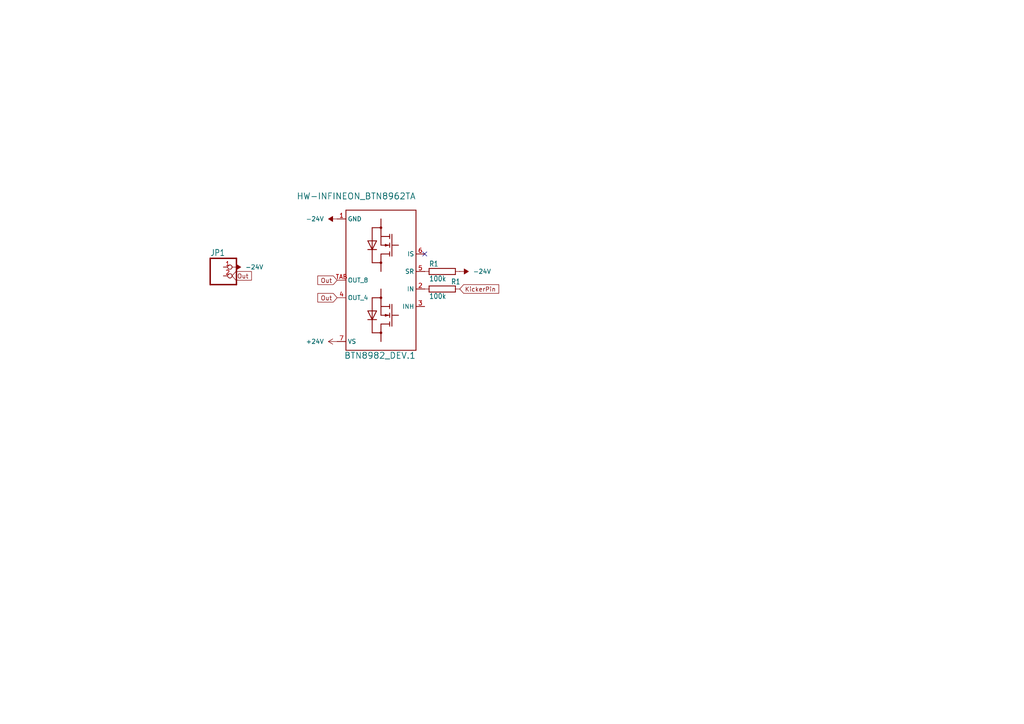
<source format=kicad_sch>
(kicad_sch (version 20230121) (generator eeschema)

  (uuid 8fe5b67b-78f7-4d77-b74c-be8bad184252)

  (paper "A4")

  (lib_symbols
    (symbol "kick_2021_03-eagle-import:06030603" (in_bom yes) (on_board yes)
      (property "Reference" "R" (at -3.81 1.3716 0)
        (effects (font (size 1.524 1.2954)) (justify left bottom))
      )
      (property "Value" "" (at -3.81 -2.921 0)
        (effects (font (size 1.524 1.2954)) (justify left bottom))
      )
      (property "Footprint" "kick_2021_03:0603" (at 0 0 0)
        (effects (font (size 1.27 1.27)) hide)
      )
      (property "Datasheet" "" (at 0 0 0)
        (effects (font (size 1.27 1.27)) hide)
      )
      (property "ki_locked" "" (at 0 0 0)
        (effects (font (size 1.27 1.27)))
      )
      (symbol "06030603_1_0"
        (polyline
          (pts
            (xy -5.08 0)
            (xy -3.81 0)
          )
          (stroke (width 0.1524) (type solid))
          (fill (type none))
        )
        (polyline
          (pts
            (xy -3.81 -0.889)
            (xy -3.81 0)
          )
          (stroke (width 0.254) (type solid))
          (fill (type none))
        )
        (polyline
          (pts
            (xy -3.81 -0.889)
            (xy 3.81 -0.889)
          )
          (stroke (width 0.254) (type solid))
          (fill (type none))
        )
        (polyline
          (pts
            (xy -3.81 0)
            (xy -3.81 0.889)
          )
          (stroke (width 0.254) (type solid))
          (fill (type none))
        )
        (polyline
          (pts
            (xy 3.81 -0.889)
            (xy 3.81 0)
          )
          (stroke (width 0.254) (type solid))
          (fill (type none))
        )
        (polyline
          (pts
            (xy 3.81 0)
            (xy 3.81 0.889)
          )
          (stroke (width 0.254) (type solid))
          (fill (type none))
        )
        (polyline
          (pts
            (xy 3.81 0)
            (xy 5.08 0)
          )
          (stroke (width 0.1524) (type solid))
          (fill (type none))
        )
        (polyline
          (pts
            (xy 3.81 0.889)
            (xy -3.81 0.889)
          )
          (stroke (width 0.254) (type solid))
          (fill (type none))
        )
        (pin passive line (at -5.08 0 0) (length 0)
          (name "1" (effects (font (size 0 0))))
          (number "1" (effects (font (size 0 0))))
        )
        (pin passive line (at 5.08 0 180) (length 0)
          (name "2" (effects (font (size 0 0))))
          (number "2" (effects (font (size 0 0))))
        )
      )
    )
    (symbol "kick_2021_03-eagle-import:HW-INFINEON_BTN8962TA" (in_bom yes) (on_board yes)
      (property "Reference" "IC" (at -10.16 20.828 0)
        (effects (font (size 1.778 1.778)) (justify left bottom))
      )
      (property "Value" "" (at -10.16 -25.4 0)
        (effects (font (size 1.778 1.778)) (justify left bottom))
      )
      (property "Footprint" "kick_2021_03:HW-INFINEON_TO263-7-1" (at 0 0 0)
        (effects (font (size 1.27 1.27)) hide)
      )
      (property "Datasheet" "" (at 0 0 0)
        (effects (font (size 1.27 1.27)) hide)
      )
      (property "ki_locked" "" (at 0 0 0)
        (effects (font (size 1.27 1.27)))
      )
      (symbol "HW-INFINEON_BTN8962TA_1_0"
        (circle (center 0 -15.24) (radius 0.254)
          (stroke (width 0.254) (type solid))
          (fill (type none))
        )
        (circle (center 0 -5.08) (radius 0.254)
          (stroke (width 0.254) (type solid))
          (fill (type none))
        )
        (polyline
          (pts
            (xy -10.16 -20.32)
            (xy 10.16 -20.32)
          )
          (stroke (width 0.254) (type solid))
          (fill (type none))
        )
        (polyline
          (pts
            (xy -10.16 20.32)
            (xy -10.16 -20.32)
          )
          (stroke (width 0.254) (type solid))
          (fill (type none))
        )
        (polyline
          (pts
            (xy -5.08 -10.16)
            (xy -3.175 -10.16)
          )
          (stroke (width 0.254) (type solid))
          (fill (type none))
        )
        (polyline
          (pts
            (xy -5.08 10.16)
            (xy -3.175 10.16)
          )
          (stroke (width 0.254) (type solid))
          (fill (type none))
        )
        (polyline
          (pts
            (xy -3.175 -10.16)
            (xy -3.175 -13.335)
          )
          (stroke (width 0.254) (type solid))
          (fill (type none))
        )
        (polyline
          (pts
            (xy -3.175 -6.985)
            (xy -3.175 -10.16)
          )
          (stroke (width 0.254) (type solid))
          (fill (type none))
        )
        (polyline
          (pts
            (xy -3.175 10.16)
            (xy -3.175 6.985)
          )
          (stroke (width 0.254) (type solid))
          (fill (type none))
        )
        (polyline
          (pts
            (xy -3.175 13.335)
            (xy -3.175 10.16)
          )
          (stroke (width 0.254) (type solid))
          (fill (type none))
        )
        (polyline
          (pts
            (xy -2.54 -12.7)
            (xy 0 -12.7)
          )
          (stroke (width 0.254) (type solid))
          (fill (type none))
        )
        (polyline
          (pts
            (xy -2.54 -12.065)
            (xy -2.54 -13.335)
          )
          (stroke (width 0.254) (type solid))
          (fill (type none))
        )
        (polyline
          (pts
            (xy -2.54 -9.525)
            (xy -2.54 -10.795)
          )
          (stroke (width 0.254) (type solid))
          (fill (type none))
        )
        (polyline
          (pts
            (xy -2.54 -7.62)
            (xy 0 -7.62)
          )
          (stroke (width 0.254) (type solid))
          (fill (type none))
        )
        (polyline
          (pts
            (xy -2.54 -6.985)
            (xy -2.54 -8.255)
          )
          (stroke (width 0.254) (type solid))
          (fill (type none))
        )
        (polyline
          (pts
            (xy -2.54 7.62)
            (xy 0 7.62)
          )
          (stroke (width 0.254) (type solid))
          (fill (type none))
        )
        (polyline
          (pts
            (xy -2.54 8.255)
            (xy -2.54 6.985)
          )
          (stroke (width 0.254) (type solid))
          (fill (type none))
        )
        (polyline
          (pts
            (xy -2.54 10.795)
            (xy -2.54 9.525)
          )
          (stroke (width 0.254) (type solid))
          (fill (type none))
        )
        (polyline
          (pts
            (xy -2.54 12.7)
            (xy 0 12.7)
          )
          (stroke (width 0.254) (type solid))
          (fill (type none))
        )
        (polyline
          (pts
            (xy -2.54 13.335)
            (xy -2.54 12.065)
          )
          (stroke (width 0.254) (type solid))
          (fill (type none))
        )
        (polyline
          (pts
            (xy -2.032 -10.16)
            (xy -2.54 -10.16)
          )
          (stroke (width 0.254) (type solid))
          (fill (type none))
        )
        (polyline
          (pts
            (xy -2.032 -10.16)
            (xy -1.27 -10.414)
          )
          (stroke (width 0.254) (type solid))
          (fill (type none))
        )
        (polyline
          (pts
            (xy -2.032 10.16)
            (xy -2.54 10.16)
          )
          (stroke (width 0.254) (type solid))
          (fill (type none))
        )
        (polyline
          (pts
            (xy -2.032 10.16)
            (xy -1.27 9.906)
          )
          (stroke (width 0.254) (type solid))
          (fill (type none))
        )
        (polyline
          (pts
            (xy -1.27 -10.414)
            (xy -1.27 -9.906)
          )
          (stroke (width 0.254) (type solid))
          (fill (type none))
        )
        (polyline
          (pts
            (xy -1.27 -9.906)
            (xy -2.032 -10.16)
          )
          (stroke (width 0.254) (type solid))
          (fill (type none))
        )
        (polyline
          (pts
            (xy -1.27 9.906)
            (xy -1.27 10.414)
          )
          (stroke (width 0.254) (type solid))
          (fill (type none))
        )
        (polyline
          (pts
            (xy -1.27 10.414)
            (xy -2.032 10.16)
          )
          (stroke (width 0.254) (type solid))
          (fill (type none))
        )
        (polyline
          (pts
            (xy 0 -15.24)
            (xy 0 -17.78)
          )
          (stroke (width 0.254) (type solid))
          (fill (type none))
        )
        (polyline
          (pts
            (xy 0 -15.24)
            (xy 2.54 -15.24)
          )
          (stroke (width 0.254) (type solid))
          (fill (type none))
        )
        (polyline
          (pts
            (xy 0 -12.7)
            (xy 0 -15.24)
          )
          (stroke (width 0.254) (type solid))
          (fill (type none))
        )
        (polyline
          (pts
            (xy 0 -10.16)
            (xy -2.032 -10.16)
          )
          (stroke (width 0.254) (type solid))
          (fill (type none))
        )
        (polyline
          (pts
            (xy 0 -10.16)
            (xy 0 -12.7)
          )
          (stroke (width 0.254) (type solid))
          (fill (type none))
        )
        (polyline
          (pts
            (xy 0 -7.62)
            (xy 0 -5.08)
          )
          (stroke (width 0.254) (type solid))
          (fill (type none))
        )
        (polyline
          (pts
            (xy 0 -5.08)
            (xy 0 -2.54)
          )
          (stroke (width 0.254) (type solid))
          (fill (type none))
        )
        (polyline
          (pts
            (xy 0 5.08)
            (xy 0 2.54)
          )
          (stroke (width 0.254) (type solid))
          (fill (type none))
        )
        (polyline
          (pts
            (xy 0 5.08)
            (xy 2.54 5.08)
          )
          (stroke (width 0.254) (type solid))
          (fill (type none))
        )
        (polyline
          (pts
            (xy 0 7.62)
            (xy 0 5.08)
          )
          (stroke (width 0.254) (type solid))
          (fill (type none))
        )
        (polyline
          (pts
            (xy 0 10.16)
            (xy -2.032 10.16)
          )
          (stroke (width 0.254) (type solid))
          (fill (type none))
        )
        (polyline
          (pts
            (xy 0 10.16)
            (xy 0 7.62)
          )
          (stroke (width 0.254) (type solid))
          (fill (type none))
        )
        (polyline
          (pts
            (xy 0 12.7)
            (xy 0 15.24)
          )
          (stroke (width 0.254) (type solid))
          (fill (type none))
        )
        (polyline
          (pts
            (xy 0 15.24)
            (xy 0 17.78)
          )
          (stroke (width 0.254) (type solid))
          (fill (type none))
        )
        (polyline
          (pts
            (xy 1.27 -11.43)
            (xy 2.54 -8.89)
          )
          (stroke (width 0.254) (type solid))
          (fill (type none))
        )
        (polyline
          (pts
            (xy 1.27 -8.89)
            (xy 3.81 -8.89)
          )
          (stroke (width 0.254) (type solid))
          (fill (type none))
        )
        (polyline
          (pts
            (xy 1.27 8.89)
            (xy 2.54 11.43)
          )
          (stroke (width 0.254) (type solid))
          (fill (type none))
        )
        (polyline
          (pts
            (xy 1.27 11.43)
            (xy 3.81 11.43)
          )
          (stroke (width 0.254) (type solid))
          (fill (type none))
        )
        (polyline
          (pts
            (xy 2.54 -15.24)
            (xy 2.54 -8.89)
          )
          (stroke (width 0.254) (type solid))
          (fill (type none))
        )
        (polyline
          (pts
            (xy 2.54 -8.89)
            (xy 2.54 -5.08)
          )
          (stroke (width 0.254) (type solid))
          (fill (type none))
        )
        (polyline
          (pts
            (xy 2.54 -8.89)
            (xy 3.81 -11.43)
          )
          (stroke (width 0.254) (type solid))
          (fill (type none))
        )
        (polyline
          (pts
            (xy 2.54 -5.08)
            (xy 0 -5.08)
          )
          (stroke (width 0.254) (type solid))
          (fill (type none))
        )
        (polyline
          (pts
            (xy 2.54 5.08)
            (xy 2.54 11.43)
          )
          (stroke (width 0.254) (type solid))
          (fill (type none))
        )
        (polyline
          (pts
            (xy 2.54 11.43)
            (xy 2.54 15.24)
          )
          (stroke (width 0.254) (type solid))
          (fill (type none))
        )
        (polyline
          (pts
            (xy 2.54 11.43)
            (xy 3.81 8.89)
          )
          (stroke (width 0.254) (type solid))
          (fill (type none))
        )
        (polyline
          (pts
            (xy 2.54 15.24)
            (xy 0 15.24)
          )
          (stroke (width 0.254) (type solid))
          (fill (type none))
        )
        (polyline
          (pts
            (xy 3.81 -11.43)
            (xy 1.27 -11.43)
          )
          (stroke (width 0.254) (type solid))
          (fill (type none))
        )
        (polyline
          (pts
            (xy 3.81 8.89)
            (xy 1.27 8.89)
          )
          (stroke (width 0.254) (type solid))
          (fill (type none))
        )
        (polyline
          (pts
            (xy 10.16 -20.32)
            (xy 10.16 20.32)
          )
          (stroke (width 0.254) (type solid))
          (fill (type none))
        )
        (polyline
          (pts
            (xy 10.16 20.32)
            (xy -10.16 20.32)
          )
          (stroke (width 0.254) (type solid))
          (fill (type none))
        )
        (circle (center 0 5.08) (radius 0.254)
          (stroke (width 0.254) (type solid))
          (fill (type none))
        )
        (circle (center 0 15.24) (radius 0.254)
          (stroke (width 0.254) (type solid))
          (fill (type none))
        )
        (pin input line (at 12.7 -17.78 180) (length 2.54)
          (name "GND" (effects (font (size 1.27 1.27))))
          (number "1" (effects (font (size 1.27 1.27))))
        )
        (pin input line (at -12.7 2.54 0) (length 2.54)
          (name "IN" (effects (font (size 1.27 1.27))))
          (number "2" (effects (font (size 1.27 1.27))))
        )
        (pin bidirectional line (at -12.7 7.62 0) (length 2.54)
          (name "INH" (effects (font (size 1.27 1.27))))
          (number "3" (effects (font (size 1.27 1.27))))
        )
        (pin output line (at 12.7 5.08 180) (length 2.54)
          (name "OUT_4" (effects (font (size 1.27 1.27))))
          (number "4" (effects (font (size 1.27 1.27))))
        )
        (pin bidirectional line (at -12.7 -2.54 0) (length 2.54)
          (name "SR" (effects (font (size 1.27 1.27))))
          (number "5" (effects (font (size 1.27 1.27))))
        )
        (pin bidirectional line (at -12.7 -7.62 0) (length 2.54)
          (name "IS" (effects (font (size 1.27 1.27))))
          (number "6" (effects (font (size 1.27 1.27))))
        )
        (pin power_in line (at 12.7 17.78 180) (length 2.54)
          (name "VS" (effects (font (size 1.27 1.27))))
          (number "7" (effects (font (size 1.27 1.27))))
        )
        (pin output line (at 12.7 0 180) (length 2.54)
          (name "OUT_8" (effects (font (size 1.27 1.27))))
          (number "TAB" (effects (font (size 1.27 1.27))))
        )
      )
    )
    (symbol "kick_2021_03-eagle-import:PINHD-1X2/90" (in_bom yes) (on_board yes)
      (property "Reference" "JP" (at -6.35 5.715 0)
        (effects (font (size 1.778 1.5113)) (justify left bottom))
      )
      (property "Value" "" (at -6.35 -5.08 0)
        (effects (font (size 1.778 1.5113)) (justify left bottom))
      )
      (property "Footprint" "kick_2021_03:1X02_90" (at 0 0 0)
        (effects (font (size 1.27 1.27)) hide)
      )
      (property "Datasheet" "" (at 0 0 0)
        (effects (font (size 1.27 1.27)) hide)
      )
      (property "ki_locked" "" (at 0 0 0)
        (effects (font (size 1.27 1.27)))
      )
      (symbol "PINHD-1X2/90_1_0"
        (polyline
          (pts
            (xy -6.35 -2.54)
            (xy 1.27 -2.54)
          )
          (stroke (width 0.4064) (type solid))
          (fill (type none))
        )
        (polyline
          (pts
            (xy -6.35 5.08)
            (xy -6.35 -2.54)
          )
          (stroke (width 0.4064) (type solid))
          (fill (type none))
        )
        (polyline
          (pts
            (xy 1.27 -2.54)
            (xy 1.27 5.08)
          )
          (stroke (width 0.4064) (type solid))
          (fill (type none))
        )
        (polyline
          (pts
            (xy 1.27 5.08)
            (xy -6.35 5.08)
          )
          (stroke (width 0.4064) (type solid))
          (fill (type none))
        )
        (pin passive inverted (at -2.54 2.54 0) (length 2.54)
          (name "1" (effects (font (size 0 0))))
          (number "1" (effects (font (size 1.27 1.27))))
        )
        (pin passive inverted (at -2.54 0 0) (length 2.54)
          (name "2" (effects (font (size 0 0))))
          (number "2" (effects (font (size 1.27 1.27))))
        )
      )
    )
    (symbol "power:+24V" (power) (pin_names (offset 0)) (in_bom yes) (on_board yes)
      (property "Reference" "#PWR" (at 0 -3.81 0)
        (effects (font (size 1.27 1.27)) hide)
      )
      (property "Value" "+24V" (at 0 3.556 0)
        (effects (font (size 1.27 1.27)))
      )
      (property "Footprint" "" (at 0 0 0)
        (effects (font (size 1.27 1.27)) hide)
      )
      (property "Datasheet" "" (at 0 0 0)
        (effects (font (size 1.27 1.27)) hide)
      )
      (property "ki_keywords" "global power" (at 0 0 0)
        (effects (font (size 1.27 1.27)) hide)
      )
      (property "ki_description" "Power symbol creates a global label with name \"+24V\"" (at 0 0 0)
        (effects (font (size 1.27 1.27)) hide)
      )
      (symbol "+24V_0_1"
        (polyline
          (pts
            (xy -0.762 1.27)
            (xy 0 2.54)
          )
          (stroke (width 0) (type default))
          (fill (type none))
        )
        (polyline
          (pts
            (xy 0 0)
            (xy 0 2.54)
          )
          (stroke (width 0) (type default))
          (fill (type none))
        )
        (polyline
          (pts
            (xy 0 2.54)
            (xy 0.762 1.27)
          )
          (stroke (width 0) (type default))
          (fill (type none))
        )
      )
      (symbol "+24V_1_1"
        (pin power_in line (at 0 0 90) (length 0) hide
          (name "+24V" (effects (font (size 1.27 1.27))))
          (number "1" (effects (font (size 1.27 1.27))))
        )
      )
    )
    (symbol "power:-24V" (power) (pin_names (offset 0)) (in_bom yes) (on_board yes)
      (property "Reference" "#PWR" (at 0 2.54 0)
        (effects (font (size 1.27 1.27)) hide)
      )
      (property "Value" "-24V" (at 0 3.81 0)
        (effects (font (size 1.27 1.27)))
      )
      (property "Footprint" "" (at 0 0 0)
        (effects (font (size 1.27 1.27)) hide)
      )
      (property "Datasheet" "" (at 0 0 0)
        (effects (font (size 1.27 1.27)) hide)
      )
      (property "ki_keywords" "global power" (at 0 0 0)
        (effects (font (size 1.27 1.27)) hide)
      )
      (property "ki_description" "Power symbol creates a global label with name \"-24V\"" (at 0 0 0)
        (effects (font (size 1.27 1.27)) hide)
      )
      (symbol "-24V_0_0"
        (pin power_in line (at 0 0 90) (length 0) hide
          (name "-24V" (effects (font (size 1.27 1.27))))
          (number "1" (effects (font (size 1.27 1.27))))
        )
      )
      (symbol "-24V_0_1"
        (polyline
          (pts
            (xy 0 0)
            (xy 0 1.27)
            (xy 0.762 1.27)
            (xy 0 2.54)
            (xy -0.762 1.27)
            (xy 0 1.27)
          )
          (stroke (width 0) (type default))
          (fill (type outline))
        )
      )
    )
  )


  (no_connect (at 123.19 73.66) (uuid dc2e0ff4-9756-4e8e-ae1c-3c22b9f203d5))

  (global_label "Out" (shape input) (at 97.79 81.28 180) (fields_autoplaced)
    (effects (font (size 1.27 1.27)) (justify right))
    (uuid 2a46834f-b899-47b9-85c4-aae02a5a0d8e)
    (property "Intersheetrefs" "${INTERSHEET_REFS}" (at 91.679 81.28 0)
      (effects (font (size 1.27 1.27)) (justify right) hide)
    )
  )
  (global_label "KickerPin" (shape input) (at 133.35 83.82 0) (fields_autoplaced)
    (effects (font (size 1.27 1.27)) (justify left))
    (uuid 5d38e096-e2cd-4aeb-9ea7-225aeae2ff8d)
    (property "Intersheetrefs" "${INTERSHEET_REFS}" (at 145.1459 83.82 0)
      (effects (font (size 1.27 1.27)) (justify left) hide)
    )
  )
  (global_label "Out" (shape input) (at 97.79 86.36 180) (fields_autoplaced)
    (effects (font (size 1.27 1.27)) (justify right))
    (uuid 73ed3e6d-b2de-44b1-b13e-45baf623c168)
    (property "Intersheetrefs" "${INTERSHEET_REFS}" (at 91.679 86.36 0)
      (effects (font (size 1.27 1.27)) (justify right) hide)
    )
  )
  (global_label "Out" (shape input) (at 67.31 80.01 0) (fields_autoplaced)
    (effects (font (size 1.27 1.27)) (justify left))
    (uuid 870e50ba-3ba7-4a82-ad4c-3fa2912399dd)
    (property "Intersheetrefs" "${INTERSHEET_REFS}" (at 73.421 80.01 0)
      (effects (font (size 1.27 1.27)) (justify left) hide)
    )
  )

  (symbol (lib_id "power:-24V") (at 67.31 77.47 270) (unit 1)
    (in_bom yes) (on_board yes) (dnp no)
    (uuid 0097211f-beb4-424d-a583-301f6737c092)
    (property "Reference" "#PWR02" (at 69.85 77.47 0)
      (effects (font (size 1.27 1.27)) hide)
    )
    (property "Value" "-24V" (at 71.12 77.47 90)
      (effects (font (size 1.27 1.27)) (justify left))
    )
    (property "Footprint" "" (at 67.31 77.47 0)
      (effects (font (size 1.27 1.27)) hide)
    )
    (property "Datasheet" "" (at 67.31 77.47 0)
      (effects (font (size 1.27 1.27)) hide)
    )
    (pin "1" (uuid 2c6ecf70-0a72-4f55-aad9-32929c01089f))
    (instances
      (project "2vs2_24-25"
        (path "/7a0f76a1-13d4-4686-9d7e-a73f37674f36/31c9ac3d-81a2-4674-afe0-7f70cc619fe7"
          (reference "#PWR02") (unit 1)
        )
        (path "/7a0f76a1-13d4-4686-9d7e-a73f37674f36/6763a444-08f8-4b93-abc3-8262c68c8d07/b22bcc02-4207-47b5-b5bc-4ab2ea2d8a87"
          (reference "#PWR057") (unit 1)
        )
      )
    )
  )

  (symbol (lib_id "kick_2021_03-eagle-import:HW-INFINEON_BTN8962TA") (at 110.49 81.28 180) (unit 1)
    (in_bom yes) (on_board yes) (dnp no)
    (uuid 2ebbdeae-947a-4d30-b425-41705a5be334)
    (property "Reference" "BTN8982_DEV.1" (at 120.65 102.108 0)
      (effects (font (size 1.778 1.778)) (justify left bottom))
    )
    (property "Value" "HW-INFINEON_BTN8962TA" (at 120.65 55.88 0)
      (effects (font (size 1.778 1.778)) (justify left bottom))
    )
    (property "Footprint" "kick_2021_03:HW-INFINEON_TO263-7-1" (at 110.49 81.28 0)
      (effects (font (size 1.27 1.27)) hide)
    )
    (property "Datasheet" "" (at 110.49 81.28 0)
      (effects (font (size 1.27 1.27)) hide)
    )
    (pin "1" (uuid a49cf21c-42f7-46ec-bea0-bf8d1c96d59c))
    (pin "2" (uuid 5cfd6e92-f582-44a2-b33c-0cf02207a89f))
    (pin "3" (uuid 260f0a85-ea67-43f7-b18f-4f942aa7e4f5))
    (pin "4" (uuid a7e6ce2a-88f2-4712-8a55-374c9212e3dd))
    (pin "5" (uuid 5877e0ac-9804-4a71-8768-43ed3542f7ee))
    (pin "6" (uuid f54b605d-f549-4b5c-b420-daa65700aa4d))
    (pin "7" (uuid 0194938a-e75c-4a83-a3b8-c05fdb3fa422))
    (pin "TAB" (uuid c59f0ebf-e8d6-45a9-a7c0-0aac77376dd8))
    (instances
      (project "kick_2021_03"
        (path "/345d6d5e-ffbe-42f3-a272-b7ba8b2572d1"
          (reference "BTN8982_DEV.1") (unit 1)
        )
      )
      (project "2vs2_24-25"
        (path "/7a0f76a1-13d4-4686-9d7e-a73f37674f36/6763a444-08f8-4b93-abc3-8262c68c8d07/b22bcc02-4207-47b5-b5bc-4ab2ea2d8a87"
          (reference "BTN8982_DEV.1") (unit 1)
        )
      )
    )
  )

  (symbol (lib_id "power:+24V") (at 97.79 99.06 90) (unit 1)
    (in_bom yes) (on_board yes) (dnp no) (fields_autoplaced)
    (uuid 6cbca7d3-2806-442d-8ca7-5b9bc4cc29de)
    (property "Reference" "#PWR015" (at 101.6 99.06 0)
      (effects (font (size 1.27 1.27)) hide)
    )
    (property "Value" "+24V" (at 93.98 99.06 90)
      (effects (font (size 1.27 1.27)) (justify left))
    )
    (property "Footprint" "" (at 97.79 99.06 0)
      (effects (font (size 1.27 1.27)) hide)
    )
    (property "Datasheet" "" (at 97.79 99.06 0)
      (effects (font (size 1.27 1.27)) hide)
    )
    (pin "1" (uuid 14411fb4-ebb6-4851-a6d8-846c6ab06d51))
    (instances
      (project "2vs2_24-25"
        (path "/7a0f76a1-13d4-4686-9d7e-a73f37674f36"
          (reference "#PWR015") (unit 1)
        )
        (path "/7a0f76a1-13d4-4686-9d7e-a73f37674f36/6763a444-08f8-4b93-abc3-8262c68c8d07"
          (reference "#PWR017") (unit 1)
        )
        (path "/7a0f76a1-13d4-4686-9d7e-a73f37674f36/6763a444-08f8-4b93-abc3-8262c68c8d07/b22bcc02-4207-47b5-b5bc-4ab2ea2d8a87"
          (reference "#PWR056") (unit 1)
        )
      )
    )
  )

  (symbol (lib_id "kick_2021_03-eagle-import:06030603") (at 128.27 83.82 0) (unit 1)
    (in_bom yes) (on_board yes) (dnp no)
    (uuid 744563a7-104c-4477-9283-6054b46f0944)
    (property "Reference" "R1" (at 130.81 82.55 0)
      (effects (font (size 1.524 1.2954)) (justify left bottom))
    )
    (property "Value" "100k" (at 124.46 86.741 0)
      (effects (font (size 1.524 1.2954)) (justify left bottom))
    )
    (property "Footprint" "kick_2021_03:0603" (at 128.27 83.82 0)
      (effects (font (size 1.27 1.27)) hide)
    )
    (property "Datasheet" "" (at 128.27 83.82 0)
      (effects (font (size 1.27 1.27)) hide)
    )
    (pin "1" (uuid 6f6271f4-f233-4b51-bb70-ef06cf8c4baa))
    (pin "2" (uuid a0fbe5fb-d099-4a9f-aecf-08cc1f19ac49))
    (instances
      (project "kick_2021_03"
        (path "/345d6d5e-ffbe-42f3-a272-b7ba8b2572d1"
          (reference "R1") (unit 1)
        )
      )
      (project "2vs2_24-25"
        (path "/7a0f76a1-13d4-4686-9d7e-a73f37674f36/6763a444-08f8-4b93-abc3-8262c68c8d07/b22bcc02-4207-47b5-b5bc-4ab2ea2d8a87"
          (reference "R2") (unit 1)
        )
      )
    )
  )

  (symbol (lib_id "kick_2021_03-eagle-import:06030603") (at 128.27 78.74 0) (unit 1)
    (in_bom yes) (on_board yes) (dnp no)
    (uuid c5b6aa51-f591-446c-ad06-6f3d211110e8)
    (property "Reference" "R1" (at 124.46 77.3684 0)
      (effects (font (size 1.524 1.2954)) (justify left bottom))
    )
    (property "Value" "100k" (at 124.46 81.661 0)
      (effects (font (size 1.524 1.2954)) (justify left bottom))
    )
    (property "Footprint" "kick_2021_03:0603" (at 128.27 78.74 0)
      (effects (font (size 1.27 1.27)) hide)
    )
    (property "Datasheet" "" (at 128.27 78.74 0)
      (effects (font (size 1.27 1.27)) hide)
    )
    (pin "1" (uuid cc6d797d-51a1-4fc9-83f9-30e6cd14541d))
    (pin "2" (uuid 7bc759b8-d1bb-4b50-9e20-dd0bc0620496))
    (instances
      (project "kick_2021_03"
        (path "/345d6d5e-ffbe-42f3-a272-b7ba8b2572d1"
          (reference "R1") (unit 1)
        )
      )
      (project "2vs2_24-25"
        (path "/7a0f76a1-13d4-4686-9d7e-a73f37674f36/6763a444-08f8-4b93-abc3-8262c68c8d07/b22bcc02-4207-47b5-b5bc-4ab2ea2d8a87"
          (reference "R1") (unit 1)
        )
      )
    )
  )

  (symbol (lib_id "power:-24V") (at 97.79 63.5 90) (unit 1)
    (in_bom yes) (on_board yes) (dnp no)
    (uuid d0962d2a-66fe-4505-964f-40340ff584bc)
    (property "Reference" "#PWR02" (at 95.25 63.5 0)
      (effects (font (size 1.27 1.27)) hide)
    )
    (property "Value" "-24V" (at 93.98 63.5 90)
      (effects (font (size 1.27 1.27)) (justify left))
    )
    (property "Footprint" "" (at 97.79 63.5 0)
      (effects (font (size 1.27 1.27)) hide)
    )
    (property "Datasheet" "" (at 97.79 63.5 0)
      (effects (font (size 1.27 1.27)) hide)
    )
    (pin "1" (uuid b1b60a36-959b-4689-b9b2-bce93b97731d))
    (instances
      (project "2vs2_24-25"
        (path "/7a0f76a1-13d4-4686-9d7e-a73f37674f36/31c9ac3d-81a2-4674-afe0-7f70cc619fe7"
          (reference "#PWR02") (unit 1)
        )
        (path "/7a0f76a1-13d4-4686-9d7e-a73f37674f36/6763a444-08f8-4b93-abc3-8262c68c8d07/b22bcc02-4207-47b5-b5bc-4ab2ea2d8a87"
          (reference "#PWR058") (unit 1)
        )
      )
    )
  )

  (symbol (lib_id "kick_2021_03-eagle-import:PINHD-1X2/90") (at 67.31 80.01 0) (unit 1)
    (in_bom yes) (on_board yes) (dnp no)
    (uuid dc1b7e46-78b9-4f3a-99ff-6e4c2631d0d5)
    (property "Reference" "JP1" (at 60.96 74.295 0)
      (effects (font (size 1.778 1.5113)) (justify left bottom))
    )
    (property "Value" "PINHD-1X2/90" (at 60.96 85.09 0)
      (effects (font (size 1.778 1.5113)) (justify left bottom) hide)
    )
    (property "Footprint" "kick_2021_03:1X02_90" (at 67.31 80.01 0)
      (effects (font (size 1.27 1.27)) hide)
    )
    (property "Datasheet" "" (at 67.31 80.01 0)
      (effects (font (size 1.27 1.27)) hide)
    )
    (pin "1" (uuid 9ee73529-4ab2-4e48-95ea-2a6cde4c6166))
    (pin "2" (uuid 993de344-d74f-42bc-b5dd-3253faef750b))
    (instances
      (project "kick_2021_03"
        (path "/345d6d5e-ffbe-42f3-a272-b7ba8b2572d1"
          (reference "JP1") (unit 1)
        )
      )
      (project "2vs2_24-25"
        (path "/7a0f76a1-13d4-4686-9d7e-a73f37674f36/6763a444-08f8-4b93-abc3-8262c68c8d07/b22bcc02-4207-47b5-b5bc-4ab2ea2d8a87"
          (reference "JP1") (unit 1)
        )
      )
    )
  )

  (symbol (lib_id "power:-24V") (at 133.35 78.74 270) (unit 1)
    (in_bom yes) (on_board yes) (dnp no)
    (uuid f7afabe6-e90b-4402-9bfd-e0355774390f)
    (property "Reference" "#PWR02" (at 135.89 78.74 0)
      (effects (font (size 1.27 1.27)) hide)
    )
    (property "Value" "-24V" (at 137.16 78.74 90)
      (effects (font (size 1.27 1.27)) (justify left))
    )
    (property "Footprint" "" (at 133.35 78.74 0)
      (effects (font (size 1.27 1.27)) hide)
    )
    (property "Datasheet" "" (at 133.35 78.74 0)
      (effects (font (size 1.27 1.27)) hide)
    )
    (pin "1" (uuid 027219f7-2f06-4fcb-b3ef-a0a9e303aa30))
    (instances
      (project "2vs2_24-25"
        (path "/7a0f76a1-13d4-4686-9d7e-a73f37674f36/31c9ac3d-81a2-4674-afe0-7f70cc619fe7"
          (reference "#PWR02") (unit 1)
        )
        (path "/7a0f76a1-13d4-4686-9d7e-a73f37674f36/6763a444-08f8-4b93-abc3-8262c68c8d07/b22bcc02-4207-47b5-b5bc-4ab2ea2d8a87"
          (reference "#PWR038") (unit 1)
        )
      )
    )
  )
)

</source>
